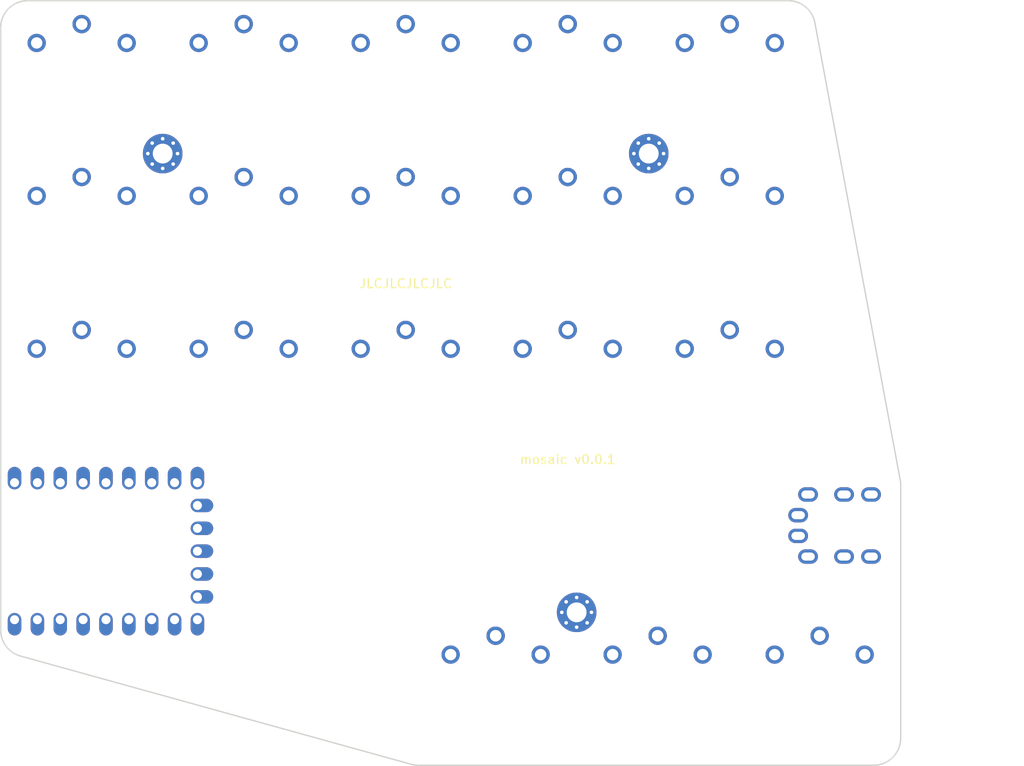
<source format=kicad_pcb>

            
(kicad_pcb (version 20171130) (host pcbnew 5.1.6)

  (page A3)
  (title_block
    (title mosaic_pcb)
    (rev v1.0.0)
    (company Unknown)
  )

  (general
    (thickness 1.6)
  )

  (layers
    (0 F.Cu signal)
    (31 B.Cu signal)
    (32 B.Adhes user)
    (33 F.Adhes user)
    (34 B.Paste user)
    (35 F.Paste user)
    (36 B.SilkS user)
    (37 F.SilkS user)
    (38 B.Mask user)
    (39 F.Mask user)
    (40 Dwgs.User user)
    (41 Cmts.User user)
    (42 Eco1.User user)
    (43 Eco2.User user)
    (44 Edge.Cuts user)
    (45 Margin user)
    (46 B.CrtYd user)
    (47 F.CrtYd user)
    (48 B.Fab user)
    (49 F.Fab user)
  )

  (setup
    (last_trace_width 0.25)
    (trace_clearance 0.2)
    (zone_clearance 0.508)
    (zone_45_only no)
    (trace_min 0.2)
    (via_size 0.8)
    (via_drill 0.4)
    (via_min_size 0.4)
    (via_min_drill 0.3)
    (uvia_size 0.3)
    (uvia_drill 0.1)
    (uvias_allowed no)
    (uvia_min_size 0.2)
    (uvia_min_drill 0.1)
    (edge_width 0.05)
    (segment_width 0.2)
    (pcb_text_width 0.3)
    (pcb_text_size 1.5 1.5)
    (mod_edge_width 0.12)
    (mod_text_size 1 1)
    (mod_text_width 0.15)
    (pad_size 1.524 1.524)
    (pad_drill 0.762)
    (pad_to_mask_clearance 0.05)
    (aux_axis_origin 0 0)
    (visible_elements FFFFFF7F)
    (pcbplotparams
      (layerselection 0x010fc_ffffffff)
      (usegerberextensions false)
      (usegerberattributes true)
      (usegerberadvancedattributes true)
      (creategerberjobfile true)
      (excludeedgelayer true)
      (linewidth 0.100000)
      (plotframeref false)
      (viasonmask false)
      (mode 1)
      (useauxorigin false)
      (hpglpennumber 1)
      (hpglpenspeed 20)
      (hpglpendiameter 15.000000)
      (psnegative false)
      (psa4output false)
      (plotreference true)
      (plotvalue true)
      (plotinvisibletext false)
      (padsonsilk false)
      (subtractmaskfromsilk false)
      (outputformat 1)
      (mirror false)
      (drillshape 1)
      (scaleselection 1)
      (outputdirectory ""))
  )

            (net 0 "")
(net 1 "matrix_pinky_bottom")
(net 2 "GND")
(net 3 "matrix_pinky_home")
(net 4 "matrix_pinky_top")
(net 5 "matrix_ring_bottom")
(net 6 "matrix_ring_home")
(net 7 "matrix_ring_top")
(net 8 "matrix_middle_bottom")
(net 9 "matrix_middle_home")
(net 10 "matrix_middle_top")
(net 11 "matrix_index_bottom")
(net 12 "matrix_index_home")
(net 13 "matrix_index_top")
(net 14 "matrix_inner_bottom")
(net 15 "matrix_inner_home")
(net 16 "matrix_inner_top")
(net 17 "thumbfan_near_home")
(net 18 "thumbfan_home_home")
(net 19 "thumbfan_far_home")
(net 20 "GP8")
(net 21 "GP9")
(net 22 "3V3")
(net 23 "5V")
            
  (net_class Default "This is the default net class."
    (clearance 0.2)
    (trace_width 0.25)
    (via_dia 0.8)
    (via_drill 0.4)
    (uvia_dia 0.3)
    (uvia_drill 0.1)
    (add_net "")
(add_net "matrix_pinky_bottom")
(add_net "GND")
(add_net "matrix_pinky_home")
(add_net "matrix_pinky_top")
(add_net "matrix_ring_bottom")
(add_net "matrix_ring_home")
(add_net "matrix_ring_top")
(add_net "matrix_middle_bottom")
(add_net "matrix_middle_home")
(add_net "matrix_middle_top")
(add_net "matrix_index_bottom")
(add_net "matrix_index_home")
(add_net "matrix_index_top")
(add_net "matrix_inner_bottom")
(add_net "matrix_inner_home")
(add_net "matrix_inner_top")
(add_net "thumbfan_near_home")
(add_net "thumbfan_home_home")
(add_net "thumbfan_far_home")
(add_net "GP8")
(add_net "GP9")
(add_net "3V3")
(add_net "5V")
  )

            
        
      (module PG1350 (layer F.Cu) (tedit 5DD50112)
      (at 144 136 0)

      
      (fp_text reference "S1" (at 0 0) (layer F.SilkS) hide (effects (font (size 1.27 1.27) (thickness 0.15))))
      (fp_text value "" (at 0 0) (layer F.SilkS) hide (effects (font (size 1.27 1.27) (thickness 0.15))))

      
      (fp_line (start -7 -6) (end -7 -7) (layer Dwgs.User) (width 0.15))
      (fp_line (start -7 7) (end -6 7) (layer Dwgs.User) (width 0.15))
      (fp_line (start -6 -7) (end -7 -7) (layer Dwgs.User) (width 0.15))
      (fp_line (start -7 7) (end -7 6) (layer Dwgs.User) (width 0.15))
      (fp_line (start 7 6) (end 7 7) (layer Dwgs.User) (width 0.15))
      (fp_line (start 7 -7) (end 6 -7) (layer Dwgs.User) (width 0.15))
      (fp_line (start 6 7) (end 7 7) (layer Dwgs.User) (width 0.15))
      (fp_line (start 7 -7) (end 7 -6) (layer Dwgs.User) (width 0.15))      
      
      
      (pad "" np_thru_hole circle (at 0 0) (size 3.429 3.429) (drill 3.429) (layers *.Cu *.Mask))
        
      
      (pad "" np_thru_hole circle (at 5.5 0) (size 1.7018 1.7018) (drill 1.7018) (layers *.Cu *.Mask))
      (pad "" np_thru_hole circle (at -5.5 0) (size 1.7018 1.7018) (drill 1.7018) (layers *.Cu *.Mask))
      
        
      
      (fp_line (start -9 -8.5) (end 9 -8.5) (layer Dwgs.User) (width 0.15))
      (fp_line (start 9 -8.5) (end 9 8.5) (layer Dwgs.User) (width 0.15))
      (fp_line (start 9 8.5) (end -9 8.5) (layer Dwgs.User) (width 0.15))
      (fp_line (start -9 8.5) (end -9 -8.5) (layer Dwgs.User) (width 0.15))
      
        
            
            (pad 1 thru_hole circle (at 5 -3.8) (size 2.032 2.032) (drill 1.27) (layers *.Cu *.Mask) (net 1 "matrix_pinky_bottom"))
            (pad 2 thru_hole circle (at 0 -5.9) (size 2.032 2.032) (drill 1.27) (layers *.Cu *.Mask) (net 2 "GND"))
          
        
            
            (pad 1 thru_hole circle (at -5 -3.8) (size 2.032 2.032) (drill 1.27) (layers *.Cu *.Mask) (net 1 "matrix_pinky_bottom"))
            (pad 2 thru_hole circle (at -0 -5.9) (size 2.032 2.032) (drill 1.27) (layers *.Cu *.Mask) (net 2 "GND"))
          )
        

        
      (module PG1350 (layer F.Cu) (tedit 5DD50112)
      (at 144 119 0)

      
      (fp_text reference "S2" (at 0 0) (layer F.SilkS) hide (effects (font (size 1.27 1.27) (thickness 0.15))))
      (fp_text value "" (at 0 0) (layer F.SilkS) hide (effects (font (size 1.27 1.27) (thickness 0.15))))

      
      (fp_line (start -7 -6) (end -7 -7) (layer Dwgs.User) (width 0.15))
      (fp_line (start -7 7) (end -6 7) (layer Dwgs.User) (width 0.15))
      (fp_line (start -6 -7) (end -7 -7) (layer Dwgs.User) (width 0.15))
      (fp_line (start -7 7) (end -7 6) (layer Dwgs.User) (width 0.15))
      (fp_line (start 7 6) (end 7 7) (layer Dwgs.User) (width 0.15))
      (fp_line (start 7 -7) (end 6 -7) (layer Dwgs.User) (width 0.15))
      (fp_line (start 6 7) (end 7 7) (layer Dwgs.User) (width 0.15))
      (fp_line (start 7 -7) (end 7 -6) (layer Dwgs.User) (width 0.15))      
      
      
      (pad "" np_thru_hole circle (at 0 0) (size 3.429 3.429) (drill 3.429) (layers *.Cu *.Mask))
        
      
      (pad "" np_thru_hole circle (at 5.5 0) (size 1.7018 1.7018) (drill 1.7018) (layers *.Cu *.Mask))
      (pad "" np_thru_hole circle (at -5.5 0) (size 1.7018 1.7018) (drill 1.7018) (layers *.Cu *.Mask))
      
        
      
      (fp_line (start -9 -8.5) (end 9 -8.5) (layer Dwgs.User) (width 0.15))
      (fp_line (start 9 -8.5) (end 9 8.5) (layer Dwgs.User) (width 0.15))
      (fp_line (start 9 8.5) (end -9 8.5) (layer Dwgs.User) (width 0.15))
      (fp_line (start -9 8.5) (end -9 -8.5) (layer Dwgs.User) (width 0.15))
      
        
            
            (pad 1 thru_hole circle (at 5 -3.8) (size 2.032 2.032) (drill 1.27) (layers *.Cu *.Mask) (net 3 "matrix_pinky_home"))
            (pad 2 thru_hole circle (at 0 -5.9) (size 2.032 2.032) (drill 1.27) (layers *.Cu *.Mask) (net 2 "GND"))
          
        
            
            (pad 1 thru_hole circle (at -5 -3.8) (size 2.032 2.032) (drill 1.27) (layers *.Cu *.Mask) (net 3 "matrix_pinky_home"))
            (pad 2 thru_hole circle (at -0 -5.9) (size 2.032 2.032) (drill 1.27) (layers *.Cu *.Mask) (net 2 "GND"))
          )
        

        
      (module PG1350 (layer F.Cu) (tedit 5DD50112)
      (at 144 102 0)

      
      (fp_text reference "S3" (at 0 0) (layer F.SilkS) hide (effects (font (size 1.27 1.27) (thickness 0.15))))
      (fp_text value "" (at 0 0) (layer F.SilkS) hide (effects (font (size 1.27 1.27) (thickness 0.15))))

      
      (fp_line (start -7 -6) (end -7 -7) (layer Dwgs.User) (width 0.15))
      (fp_line (start -7 7) (end -6 7) (layer Dwgs.User) (width 0.15))
      (fp_line (start -6 -7) (end -7 -7) (layer Dwgs.User) (width 0.15))
      (fp_line (start -7 7) (end -7 6) (layer Dwgs.User) (width 0.15))
      (fp_line (start 7 6) (end 7 7) (layer Dwgs.User) (width 0.15))
      (fp_line (start 7 -7) (end 6 -7) (layer Dwgs.User) (width 0.15))
      (fp_line (start 6 7) (end 7 7) (layer Dwgs.User) (width 0.15))
      (fp_line (start 7 -7) (end 7 -6) (layer Dwgs.User) (width 0.15))      
      
      
      (pad "" np_thru_hole circle (at 0 0) (size 3.429 3.429) (drill 3.429) (layers *.Cu *.Mask))
        
      
      (pad "" np_thru_hole circle (at 5.5 0) (size 1.7018 1.7018) (drill 1.7018) (layers *.Cu *.Mask))
      (pad "" np_thru_hole circle (at -5.5 0) (size 1.7018 1.7018) (drill 1.7018) (layers *.Cu *.Mask))
      
        
      
      (fp_line (start -9 -8.5) (end 9 -8.5) (layer Dwgs.User) (width 0.15))
      (fp_line (start 9 -8.5) (end 9 8.5) (layer Dwgs.User) (width 0.15))
      (fp_line (start 9 8.5) (end -9 8.5) (layer Dwgs.User) (width 0.15))
      (fp_line (start -9 8.5) (end -9 -8.5) (layer Dwgs.User) (width 0.15))
      
        
            
            (pad 1 thru_hole circle (at 5 -3.8) (size 2.032 2.032) (drill 1.27) (layers *.Cu *.Mask) (net 4 "matrix_pinky_top"))
            (pad 2 thru_hole circle (at 0 -5.9) (size 2.032 2.032) (drill 1.27) (layers *.Cu *.Mask) (net 2 "GND"))
          
        
            
            (pad 1 thru_hole circle (at -5 -3.8) (size 2.032 2.032) (drill 1.27) (layers *.Cu *.Mask) (net 4 "matrix_pinky_top"))
            (pad 2 thru_hole circle (at -0 -5.9) (size 2.032 2.032) (drill 1.27) (layers *.Cu *.Mask) (net 2 "GND"))
          )
        

        
      (module PG1350 (layer F.Cu) (tedit 5DD50112)
      (at 162 136 0)

      
      (fp_text reference "S4" (at 0 0) (layer F.SilkS) hide (effects (font (size 1.27 1.27) (thickness 0.15))))
      (fp_text value "" (at 0 0) (layer F.SilkS) hide (effects (font (size 1.27 1.27) (thickness 0.15))))

      
      (fp_line (start -7 -6) (end -7 -7) (layer Dwgs.User) (width 0.15))
      (fp_line (start -7 7) (end -6 7) (layer Dwgs.User) (width 0.15))
      (fp_line (start -6 -7) (end -7 -7) (layer Dwgs.User) (width 0.15))
      (fp_line (start -7 7) (end -7 6) (layer Dwgs.User) (width 0.15))
      (fp_line (start 7 6) (end 7 7) (layer Dwgs.User) (width 0.15))
      (fp_line (start 7 -7) (end 6 -7) (layer Dwgs.User) (width 0.15))
      (fp_line (start 6 7) (end 7 7) (layer Dwgs.User) (width 0.15))
      (fp_line (start 7 -7) (end 7 -6) (layer Dwgs.User) (width 0.15))      
      
      
      (pad "" np_thru_hole circle (at 0 0) (size 3.429 3.429) (drill 3.429) (layers *.Cu *.Mask))
        
      
      (pad "" np_thru_hole circle (at 5.5 0) (size 1.7018 1.7018) (drill 1.7018) (layers *.Cu *.Mask))
      (pad "" np_thru_hole circle (at -5.5 0) (size 1.7018 1.7018) (drill 1.7018) (layers *.Cu *.Mask))
      
        
      
      (fp_line (start -9 -8.5) (end 9 -8.5) (layer Dwgs.User) (width 0.15))
      (fp_line (start 9 -8.5) (end 9 8.5) (layer Dwgs.User) (width 0.15))
      (fp_line (start 9 8.5) (end -9 8.5) (layer Dwgs.User) (width 0.15))
      (fp_line (start -9 8.5) (end -9 -8.5) (layer Dwgs.User) (width 0.15))
      
        
            
            (pad 1 thru_hole circle (at 5 -3.8) (size 2.032 2.032) (drill 1.27) (layers *.Cu *.Mask) (net 5 "matrix_ring_bottom"))
            (pad 2 thru_hole circle (at 0 -5.9) (size 2.032 2.032) (drill 1.27) (layers *.Cu *.Mask) (net 2 "GND"))
          
        
            
            (pad 1 thru_hole circle (at -5 -3.8) (size 2.032 2.032) (drill 1.27) (layers *.Cu *.Mask) (net 5 "matrix_ring_bottom"))
            (pad 2 thru_hole circle (at -0 -5.9) (size 2.032 2.032) (drill 1.27) (layers *.Cu *.Mask) (net 2 "GND"))
          )
        

        
      (module PG1350 (layer F.Cu) (tedit 5DD50112)
      (at 162 119 0)

      
      (fp_text reference "S5" (at 0 0) (layer F.SilkS) hide (effects (font (size 1.27 1.27) (thickness 0.15))))
      (fp_text value "" (at 0 0) (layer F.SilkS) hide (effects (font (size 1.27 1.27) (thickness 0.15))))

      
      (fp_line (start -7 -6) (end -7 -7) (layer Dwgs.User) (width 0.15))
      (fp_line (start -7 7) (end -6 7) (layer Dwgs.User) (width 0.15))
      (fp_line (start -6 -7) (end -7 -7) (layer Dwgs.User) (width 0.15))
      (fp_line (start -7 7) (end -7 6) (layer Dwgs.User) (width 0.15))
      (fp_line (start 7 6) (end 7 7) (layer Dwgs.User) (width 0.15))
      (fp_line (start 7 -7) (end 6 -7) (layer Dwgs.User) (width 0.15))
      (fp_line (start 6 7) (end 7 7) (layer Dwgs.User) (width 0.15))
      (fp_line (start 7 -7) (end 7 -6) (layer Dwgs.User) (width 0.15))      
      
      
      (pad "" np_thru_hole circle (at 0 0) (size 3.429 3.429) (drill 3.429) (layers *.Cu *.Mask))
        
      
      (pad "" np_thru_hole circle (at 5.5 0) (size 1.7018 1.7018) (drill 1.7018) (layers *.Cu *.Mask))
      (pad "" np_thru_hole circle (at -5.5 0) (size 1.7018 1.7018) (drill 1.7018) (layers *.Cu *.Mask))
      
        
      
      (fp_line (start -9 -8.5) (end 9 -8.5) (layer Dwgs.User) (width 0.15))
      (fp_line (start 9 -8.5) (end 9 8.5) (layer Dwgs.User) (width 0.15))
      (fp_line (start 9 8.5) (end -9 8.5) (layer Dwgs.User) (width 0.15))
      (fp_line (start -9 8.5) (end -9 -8.5) (layer Dwgs.User) (width 0.15))
      
        
            
            (pad 1 thru_hole circle (at 5 -3.8) (size 2.032 2.032) (drill 1.27) (layers *.Cu *.Mask) (net 6 "matrix_ring_home"))
            (pad 2 thru_hole circle (at 0 -5.9) (size 2.032 2.032) (drill 1.27) (layers *.Cu *.Mask) (net 2 "GND"))
          
        
            
            (pad 1 thru_hole circle (at -5 -3.8) (size 2.032 2.032) (drill 1.27) (layers *.Cu *.Mask) (net 6 "matrix_ring_home"))
            (pad 2 thru_hole circle (at -0 -5.9) (size 2.032 2.032) (drill 1.27) (layers *.Cu *.Mask) (net 2 "GND"))
          )
        

        
      (module PG1350 (layer F.Cu) (tedit 5DD50112)
      (at 162 102 0)

      
      (fp_text reference "S6" (at 0 0) (layer F.SilkS) hide (effects (font (size 1.27 1.27) (thickness 0.15))))
      (fp_text value "" (at 0 0) (layer F.SilkS) hide (effects (font (size 1.27 1.27) (thickness 0.15))))

      
      (fp_line (start -7 -6) (end -7 -7) (layer Dwgs.User) (width 0.15))
      (fp_line (start -7 7) (end -6 7) (layer Dwgs.User) (width 0.15))
      (fp_line (start -6 -7) (end -7 -7) (layer Dwgs.User) (width 0.15))
      (fp_line (start -7 7) (end -7 6) (layer Dwgs.User) (width 0.15))
      (fp_line (start 7 6) (end 7 7) (layer Dwgs.User) (width 0.15))
      (fp_line (start 7 -7) (end 6 -7) (layer Dwgs.User) (width 0.15))
      (fp_line (start 6 7) (end 7 7) (layer Dwgs.User) (width 0.15))
      (fp_line (start 7 -7) (end 7 -6) (layer Dwgs.User) (width 0.15))      
      
      
      (pad "" np_thru_hole circle (at 0 0) (size 3.429 3.429) (drill 3.429) (layers *.Cu *.Mask))
        
      
      (pad "" np_thru_hole circle (at 5.5 0) (size 1.7018 1.7018) (drill 1.7018) (layers *.Cu *.Mask))
      (pad "" np_thru_hole circle (at -5.5 0) (size 1.7018 1.7018) (drill 1.7018) (layers *.Cu *.Mask))
      
        
      
      (fp_line (start -9 -8.5) (end 9 -8.5) (layer Dwgs.User) (width 0.15))
      (fp_line (start 9 -8.5) (end 9 8.5) (layer Dwgs.User) (width 0.15))
      (fp_line (start 9 8.5) (end -9 8.5) (layer Dwgs.User) (width 0.15))
      (fp_line (start -9 8.5) (end -9 -8.5) (layer Dwgs.User) (width 0.15))
      
        
            
            (pad 1 thru_hole circle (at 5 -3.8) (size 2.032 2.032) (drill 1.27) (layers *.Cu *.Mask) (net 7 "matrix_ring_top"))
            (pad 2 thru_hole circle (at 0 -5.9) (size 2.032 2.032) (drill 1.27) (layers *.Cu *.Mask) (net 2 "GND"))
          
        
            
            (pad 1 thru_hole circle (at -5 -3.8) (size 2.032 2.032) (drill 1.27) (layers *.Cu *.Mask) (net 7 "matrix_ring_top"))
            (pad 2 thru_hole circle (at -0 -5.9) (size 2.032 2.032) (drill 1.27) (layers *.Cu *.Mask) (net 2 "GND"))
          )
        

        
      (module PG1350 (layer F.Cu) (tedit 5DD50112)
      (at 180 136 0)

      
      (fp_text reference "S7" (at 0 0) (layer F.SilkS) hide (effects (font (size 1.27 1.27) (thickness 0.15))))
      (fp_text value "" (at 0 0) (layer F.SilkS) hide (effects (font (size 1.27 1.27) (thickness 0.15))))

      
      (fp_line (start -7 -6) (end -7 -7) (layer Dwgs.User) (width 0.15))
      (fp_line (start -7 7) (end -6 7) (layer Dwgs.User) (width 0.15))
      (fp_line (start -6 -7) (end -7 -7) (layer Dwgs.User) (width 0.15))
      (fp_line (start -7 7) (end -7 6) (layer Dwgs.User) (width 0.15))
      (fp_line (start 7 6) (end 7 7) (layer Dwgs.User) (width 0.15))
      (fp_line (start 7 -7) (end 6 -7) (layer Dwgs.User) (width 0.15))
      (fp_line (start 6 7) (end 7 7) (layer Dwgs.User) (width 0.15))
      (fp_line (start 7 -7) (end 7 -6) (layer Dwgs.User) (width 0.15))      
      
      
      (pad "" np_thru_hole circle (at 0 0) (size 3.429 3.429) (drill 3.429) (layers *.Cu *.Mask))
        
      
      (pad "" np_thru_hole circle (at 5.5 0) (size 1.7018 1.7018) (drill 1.7018) (layers *.Cu *.Mask))
      (pad "" np_thru_hole circle (at -5.5 0) (size 1.7018 1.7018) (drill 1.7018) (layers *.Cu *.Mask))
      
        
      
      (fp_line (start -9 -8.5) (end 9 -8.5) (layer Dwgs.User) (width 0.15))
      (fp_line (start 9 -8.5) (end 9 8.5) (layer Dwgs.User) (width 0.15))
      (fp_line (start 9 8.5) (end -9 8.5) (layer Dwgs.User) (width 0.15))
      (fp_line (start -9 8.5) (end -9 -8.5) (layer Dwgs.User) (width 0.15))
      
        
            
            (pad 1 thru_hole circle (at 5 -3.8) (size 2.032 2.032) (drill 1.27) (layers *.Cu *.Mask) (net 8 "matrix_middle_bottom"))
            (pad 2 thru_hole circle (at 0 -5.9) (size 2.032 2.032) (drill 1.27) (layers *.Cu *.Mask) (net 2 "GND"))
          
        
            
            (pad 1 thru_hole circle (at -5 -3.8) (size 2.032 2.032) (drill 1.27) (layers *.Cu *.Mask) (net 8 "matrix_middle_bottom"))
            (pad 2 thru_hole circle (at -0 -5.9) (size 2.032 2.032) (drill 1.27) (layers *.Cu *.Mask) (net 2 "GND"))
          )
        

        
      (module PG1350 (layer F.Cu) (tedit 5DD50112)
      (at 180 119 0)

      
      (fp_text reference "S8" (at 0 0) (layer F.SilkS) hide (effects (font (size 1.27 1.27) (thickness 0.15))))
      (fp_text value "" (at 0 0) (layer F.SilkS) hide (effects (font (size 1.27 1.27) (thickness 0.15))))

      
      (fp_line (start -7 -6) (end -7 -7) (layer Dwgs.User) (width 0.15))
      (fp_line (start -7 7) (end -6 7) (layer Dwgs.User) (width 0.15))
      (fp_line (start -6 -7) (end -7 -7) (layer Dwgs.User) (width 0.15))
      (fp_line (start -7 7) (end -7 6) (layer Dwgs.User) (width 0.15))
      (fp_line (start 7 6) (end 7 7) (layer Dwgs.User) (width 0.15))
      (fp_line (start 7 -7) (end 6 -7) (layer Dwgs.User) (width 0.15))
      (fp_line (start 6 7) (end 7 7) (layer Dwgs.User) (width 0.15))
      (fp_line (start 7 -7) (end 7 -6) (layer Dwgs.User) (width 0.15))      
      
      
      (pad "" np_thru_hole circle (at 0 0) (size 3.429 3.429) (drill 3.429) (layers *.Cu *.Mask))
        
      
      (pad "" np_thru_hole circle (at 5.5 0) (size 1.7018 1.7018) (drill 1.7018) (layers *.Cu *.Mask))
      (pad "" np_thru_hole circle (at -5.5 0) (size 1.7018 1.7018) (drill 1.7018) (layers *.Cu *.Mask))
      
        
      
      (fp_line (start -9 -8.5) (end 9 -8.5) (layer Dwgs.User) (width 0.15))
      (fp_line (start 9 -8.5) (end 9 8.5) (layer Dwgs.User) (width 0.15))
      (fp_line (start 9 8.5) (end -9 8.5) (layer Dwgs.User) (width 0.15))
      (fp_line (start -9 8.5) (end -9 -8.5) (layer Dwgs.User) (width 0.15))
      
        
            
            (pad 1 thru_hole circle (at 5 -3.8) (size 2.032 2.032) (drill 1.27) (layers *.Cu *.Mask) (net 9 "matrix_middle_home"))
            (pad 2 thru_hole circle (at 0 -5.9) (size 2.032 2.032) (drill 1.27) (layers *.Cu *.Mask) (net 2 "GND"))
          
        
            
            (pad 1 thru_hole circle (at -5 -3.8) (size 2.032 2.032) (drill 1.27) (layers *.Cu *.Mask) (net 9 "matrix_middle_home"))
            (pad 2 thru_hole circle (at -0 -5.9) (size 2.032 2.032) (drill 1.27) (layers *.Cu *.Mask) (net 2 "GND"))
          )
        

        
      (module PG1350 (layer F.Cu) (tedit 5DD50112)
      (at 180 102 0)

      
      (fp_text reference "S9" (at 0 0) (layer F.SilkS) hide (effects (font (size 1.27 1.27) (thickness 0.15))))
      (fp_text value "" (at 0 0) (layer F.SilkS) hide (effects (font (size 1.27 1.27) (thickness 0.15))))

      
      (fp_line (start -7 -6) (end -7 -7) (layer Dwgs.User) (width 0.15))
      (fp_line (start -7 7) (end -6 7) (layer Dwgs.User) (width 0.15))
      (fp_line (start -6 -7) (end -7 -7) (layer Dwgs.User) (width 0.15))
      (fp_line (start -7 7) (end -7 6) (layer Dwgs.User) (width 0.15))
      (fp_line (start 7 6) (end 7 7) (layer Dwgs.User) (width 0.15))
      (fp_line (start 7 -7) (end 6 -7) (layer Dwgs.User) (width 0.15))
      (fp_line (start 6 7) (end 7 7) (layer Dwgs.User) (width 0.15))
      (fp_line (start 7 -7) (end 7 -6) (layer Dwgs.User) (width 0.15))      
      
      
      (pad "" np_thru_hole circle (at 0 0) (size 3.429 3.429) (drill 3.429) (layers *.Cu *.Mask))
        
      
      (pad "" np_thru_hole circle (at 5.5 0) (size 1.7018 1.7018) (drill 1.7018) (layers *.Cu *.Mask))
      (pad "" np_thru_hole circle (at -5.5 0) (size 1.7018 1.7018) (drill 1.7018) (layers *.Cu *.Mask))
      
        
      
      (fp_line (start -9 -8.5) (end 9 -8.5) (layer Dwgs.User) (width 0.15))
      (fp_line (start 9 -8.5) (end 9 8.5) (layer Dwgs.User) (width 0.15))
      (fp_line (start 9 8.5) (end -9 8.5) (layer Dwgs.User) (width 0.15))
      (fp_line (start -9 8.5) (end -9 -8.5) (layer Dwgs.User) (width 0.15))
      
        
            
            (pad 1 thru_hole circle (at 5 -3.8) (size 2.032 2.032) (drill 1.27) (layers *.Cu *.Mask) (net 10 "matrix_middle_top"))
            (pad 2 thru_hole circle (at 0 -5.9) (size 2.032 2.032) (drill 1.27) (layers *.Cu *.Mask) (net 2 "GND"))
          
        
            
            (pad 1 thru_hole circle (at -5 -3.8) (size 2.032 2.032) (drill 1.27) (layers *.Cu *.Mask) (net 10 "matrix_middle_top"))
            (pad 2 thru_hole circle (at -0 -5.9) (size 2.032 2.032) (drill 1.27) (layers *.Cu *.Mask) (net 2 "GND"))
          )
        

        
      (module PG1350 (layer F.Cu) (tedit 5DD50112)
      (at 198 136 0)

      
      (fp_text reference "S10" (at 0 0) (layer F.SilkS) hide (effects (font (size 1.27 1.27) (thickness 0.15))))
      (fp_text value "" (at 0 0) (layer F.SilkS) hide (effects (font (size 1.27 1.27) (thickness 0.15))))

      
      (fp_line (start -7 -6) (end -7 -7) (layer Dwgs.User) (width 0.15))
      (fp_line (start -7 7) (end -6 7) (layer Dwgs.User) (width 0.15))
      (fp_line (start -6 -7) (end -7 -7) (layer Dwgs.User) (width 0.15))
      (fp_line (start -7 7) (end -7 6) (layer Dwgs.User) (width 0.15))
      (fp_line (start 7 6) (end 7 7) (layer Dwgs.User) (width 0.15))
      (fp_line (start 7 -7) (end 6 -7) (layer Dwgs.User) (width 0.15))
      (fp_line (start 6 7) (end 7 7) (layer Dwgs.User) (width 0.15))
      (fp_line (start 7 -7) (end 7 -6) (layer Dwgs.User) (width 0.15))      
      
      
      (pad "" np_thru_hole circle (at 0 0) (size 3.429 3.429) (drill 3.429) (layers *.Cu *.Mask))
        
      
      (pad "" np_thru_hole circle (at 5.5 0) (size 1.7018 1.7018) (drill 1.7018) (layers *.Cu *.Mask))
      (pad "" np_thru_hole circle (at -5.5 0) (size 1.7018 1.7018) (drill 1.7018) (layers *.Cu *.Mask))
      
        
      
      (fp_line (start -9 -8.5) (end 9 -8.5) (layer Dwgs.User) (width 0.15))
      (fp_line (start 9 -8.5) (end 9 8.5) (layer Dwgs.User) (width 0.15))
      (fp_line (start 9 8.5) (end -9 8.5) (layer Dwgs.User) (width 0.15))
      (fp_line (start -9 8.5) (end -9 -8.5) (layer Dwgs.User) (width 0.15))
      
        
            
            (pad 1 thru_hole circle (at 5 -3.8) (size 2.032 2.032) (drill 1.27) (layers *.Cu *.Mask) (net 11 "matrix_index_bottom"))
            (pad 2 thru_hole circle (at 0 -5.9) (size 2.032 2.032) (drill 1.27) (layers *.Cu *.Mask) (net 2 "GND"))
          
        
            
            (pad 1 thru_hole circle (at -5 -3.8) (size 2.032 2.032) (drill 1.27) (layers *.Cu *.Mask) (net 11 "matrix_index_bottom"))
            (pad 2 thru_hole circle (at -0 -5.9) (size 2.032 2.032) (drill 1.27) (layers *.Cu *.Mask) (net 2 "GND"))
          )
        

        
      (module PG1350 (layer F.Cu) (tedit 5DD50112)
      (at 198 119 0)

      
      (fp_text reference "S11" (at 0 0) (layer F.SilkS) hide (effects (font (size 1.27 1.27) (thickness 0.15))))
      (fp_text value "" (at 0 0) (layer F.SilkS) hide (effects (font (size 1.27 1.27) (thickness 0.15))))

      
      (fp_line (start -7 -6) (end -7 -7) (layer Dwgs.User) (width 0.15))
      (fp_line (start -7 7) (end -6 7) (layer Dwgs.User) (width 0.15))
      (fp_line (start -6 -7) (end -7 -7) (layer Dwgs.User) (width 0.15))
      (fp_line (start -7 7) (end -7 6) (layer Dwgs.User) (width 0.15))
      (fp_line (start 7 6) (end 7 7) (layer Dwgs.User) (width 0.15))
      (fp_line (start 7 -7) (end 6 -7) (layer Dwgs.User) (width 0.15))
      (fp_line (start 6 7) (end 7 7) (layer Dwgs.User) (width 0.15))
      (fp_line (start 7 -7) (end 7 -6) (layer Dwgs.User) (width 0.15))      
      
      
      (pad "" np_thru_hole circle (at 0 0) (size 3.429 3.429) (drill 3.429) (layers *.Cu *.Mask))
        
      
      (pad "" np_thru_hole circle (at 5.5 0) (size 1.7018 1.7018) (drill 1.7018) (layers *.Cu *.Mask))
      (pad "" np_thru_hole circle (at -5.5 0) (size 1.7018 1.7018) (drill 1.7018) (layers *.Cu *.Mask))
      
        
      
      (fp_line (start -9 -8.5) (end 9 -8.5) (layer Dwgs.User) (width 0.15))
      (fp_line (start 9 -8.5) (end 9 8.5) (layer Dwgs.User) (width 0.15))
      (fp_line (start 9 8.5) (end -9 8.5) (layer Dwgs.User) (width 0.15))
      (fp_line (start -9 8.5) (end -9 -8.5) (layer Dwgs.User) (width 0.15))
      
        
            
            (pad 1 thru_hole circle (at 5 -3.8) (size 2.032 2.032) (drill 1.27) (layers *.Cu *.Mask) (net 12 "matrix_index_home"))
            (pad 2 thru_hole circle (at 0 -5.9) (size 2.032 2.032) (drill 1.27) (layers *.Cu *.Mask) (net 2 "GND"))
          
        
            
            (pad 1 thru_hole circle (at -5 -3.8) (size 2.032 2.032) (drill 1.27) (layers *.Cu *.Mask) (net 12 "matrix_index_home"))
            (pad 2 thru_hole circle (at -0 -5.9) (size 2.032 2.032) (drill 1.27) (layers *.Cu *.Mask) (net 2 "GND"))
          )
        

        
      (module PG1350 (layer F.Cu) (tedit 5DD50112)
      (at 198 102 0)

      
      (fp_text reference "S12" (at 0 0) (layer F.SilkS) hide (effects (font (size 1.27 1.27) (thickness 0.15))))
      (fp_text value "" (at 0 0) (layer F.SilkS) hide (effects (font (size 1.27 1.27) (thickness 0.15))))

      
      (fp_line (start -7 -6) (end -7 -7) (layer Dwgs.User) (width 0.15))
      (fp_line (start -7 7) (end -6 7) (layer Dwgs.User) (width 0.15))
      (fp_line (start -6 -7) (end -7 -7) (layer Dwgs.User) (width 0.15))
      (fp_line (start -7 7) (end -7 6) (layer Dwgs.User) (width 0.15))
      (fp_line (start 7 6) (end 7 7) (layer Dwgs.User) (width 0.15))
      (fp_line (start 7 -7) (end 6 -7) (layer Dwgs.User) (width 0.15))
      (fp_line (start 6 7) (end 7 7) (layer Dwgs.User) (width 0.15))
      (fp_line (start 7 -7) (end 7 -6) (layer Dwgs.User) (width 0.15))      
      
      
      (pad "" np_thru_hole circle (at 0 0) (size 3.429 3.429) (drill 3.429) (layers *.Cu *.Mask))
        
      
      (pad "" np_thru_hole circle (at 5.5 0) (size 1.7018 1.7018) (drill 1.7018) (layers *.Cu *.Mask))
      (pad "" np_thru_hole circle (at -5.5 0) (size 1.7018 1.7018) (drill 1.7018) (layers *.Cu *.Mask))
      
        
      
      (fp_line (start -9 -8.5) (end 9 -8.5) (layer Dwgs.User) (width 0.15))
      (fp_line (start 9 -8.5) (end 9 8.5) (layer Dwgs.User) (width 0.15))
      (fp_line (start 9 8.5) (end -9 8.5) (layer Dwgs.User) (width 0.15))
      (fp_line (start -9 8.5) (end -9 -8.5) (layer Dwgs.User) (width 0.15))
      
        
            
            (pad 1 thru_hole circle (at 5 -3.8) (size 2.032 2.032) (drill 1.27) (layers *.Cu *.Mask) (net 13 "matrix_index_top"))
            (pad 2 thru_hole circle (at 0 -5.9) (size 2.032 2.032) (drill 1.27) (layers *.Cu *.Mask) (net 2 "GND"))
          
        
            
            (pad 1 thru_hole circle (at -5 -3.8) (size 2.032 2.032) (drill 1.27) (layers *.Cu *.Mask) (net 13 "matrix_index_top"))
            (pad 2 thru_hole circle (at -0 -5.9) (size 2.032 2.032) (drill 1.27) (layers *.Cu *.Mask) (net 2 "GND"))
          )
        

        
      (module PG1350 (layer F.Cu) (tedit 5DD50112)
      (at 216 136 0)

      
      (fp_text reference "S13" (at 0 0) (layer F.SilkS) hide (effects (font (size 1.27 1.27) (thickness 0.15))))
      (fp_text value "" (at 0 0) (layer F.SilkS) hide (effects (font (size 1.27 1.27) (thickness 0.15))))

      
      (fp_line (start -7 -6) (end -7 -7) (layer Dwgs.User) (width 0.15))
      (fp_line (start -7 7) (end -6 7) (layer Dwgs.User) (width 0.15))
      (fp_line (start -6 -7) (end -7 -7) (layer Dwgs.User) (width 0.15))
      (fp_line (start -7 7) (end -7 6) (layer Dwgs.User) (width 0.15))
      (fp_line (start 7 6) (end 7 7) (layer Dwgs.User) (width 0.15))
      (fp_line (start 7 -7) (end 6 -7) (layer Dwgs.User) (width 0.15))
      (fp_line (start 6 7) (end 7 7) (layer Dwgs.User) (width 0.15))
      (fp_line (start 7 -7) (end 7 -6) (layer Dwgs.User) (width 0.15))      
      
      
      (pad "" np_thru_hole circle (at 0 0) (size 3.429 3.429) (drill 3.429) (layers *.Cu *.Mask))
        
      
      (pad "" np_thru_hole circle (at 5.5 0) (size 1.7018 1.7018) (drill 1.7018) (layers *.Cu *.Mask))
      (pad "" np_thru_hole circle (at -5.5 0) (size 1.7018 1.7018) (drill 1.7018) (layers *.Cu *.Mask))
      
        
      
      (fp_line (start -9 -8.5) (end 9 -8.5) (layer Dwgs.User) (width 0.15))
      (fp_line (start 9 -8.5) (end 9 8.5) (layer Dwgs.User) (width 0.15))
      (fp_line (start 9 8.5) (end -9 8.5) (layer Dwgs.User) (width 0.15))
      (fp_line (start -9 8.5) (end -9 -8.5) (layer Dwgs.User) (width 0.15))
      
        
            
            (pad 1 thru_hole circle (at 5 -3.8) (size 2.032 2.032) (drill 1.27) (layers *.Cu *.Mask) (net 14 "matrix_inner_bottom"))
            (pad 2 thru_hole circle (at 0 -5.9) (size 2.032 2.032) (drill 1.27) (layers *.Cu *.Mask) (net 2 "GND"))
          
        
            
            (pad 1 thru_hole circle (at -5 -3.8) (size 2.032 2.032) (drill 1.27) (layers *.Cu *.Mask) (net 14 "matrix_inner_bottom"))
            (pad 2 thru_hole circle (at -0 -5.9) (size 2.032 2.032) (drill 1.27) (layers *.Cu *.Mask) (net 2 "GND"))
          )
        

        
      (module PG1350 (layer F.Cu) (tedit 5DD50112)
      (at 216 119 0)

      
      (fp_text reference "S14" (at 0 0) (layer F.SilkS) hide (effects (font (size 1.27 1.27) (thickness 0.15))))
      (fp_text value "" (at 0 0) (layer F.SilkS) hide (effects (font (size 1.27 1.27) (thickness 0.15))))

      
      (fp_line (start -7 -6) (end -7 -7) (layer Dwgs.User) (width 0.15))
      (fp_line (start -7 7) (end -6 7) (layer Dwgs.User) (width 0.15))
      (fp_line (start -6 -7) (end -7 -7) (layer Dwgs.User) (width 0.15))
      (fp_line (start -7 7) (end -7 6) (layer Dwgs.User) (width 0.15))
      (fp_line (start 7 6) (end 7 7) (layer Dwgs.User) (width 0.15))
      (fp_line (start 7 -7) (end 6 -7) (layer Dwgs.User) (width 0.15))
      (fp_line (start 6 7) (end 7 7) (layer Dwgs.User) (width 0.15))
      (fp_line (start 7 -7) (end 7 -6) (layer Dwgs.User) (width 0.15))      
      
      
      (pad "" np_thru_hole circle (at 0 0) (size 3.429 3.429) (drill 3.429) (layers *.Cu *.Mask))
        
      
      (pad "" np_thru_hole circle (at 5.5 0) (size 1.7018 1.7018) (drill 1.7018) (layers *.Cu *.Mask))
      (pad "" np_thru_hole circle (at -5.5 0) (size 1.7018 1.7018) (drill 1.7018) (layers *.Cu *.Mask))
      
        
      
      (fp_line (start -9 -8.5) (end 9 -8.5) (layer Dwgs.User) (width 0.15))
      (fp_line (start 9 -8.5) (end 9 8.5) (layer Dwgs.User) (width 0.15))
      (fp_line (start 9 8.5) (end -9 8.5) (layer Dwgs.User) (width 0.15))
      (fp_line (start -9 8.5) (end -9 -8.5) (layer Dwgs.User) (width 0.15))
      
        
            
            (pad 1 thru_hole circle (at 5 -3.8) (size 2.032 2.032) (drill 1.27) (layers *.Cu *.Mask) (net 15 "matrix_inner_home"))
            (pad 2 thru_hole circle (at 0 -5.9) (size 2.032 2.032) (drill 1.27) (layers *.Cu *.Mask) (net 2 "GND"))
          
        
            
            (pad 1 thru_hole circle (at -5 -3.8) (size 2.032 2.032) (drill 1.27) (layers *.Cu *.Mask) (net 15 "matrix_inner_home"))
            (pad 2 thru_hole circle (at -0 -5.9) (size 2.032 2.032) (drill 1.27) (layers *.Cu *.Mask) (net 2 "GND"))
          )
        

        
      (module PG1350 (layer F.Cu) (tedit 5DD50112)
      (at 216 102 0)

      
      (fp_text reference "S15" (at 0 0) (layer F.SilkS) hide (effects (font (size 1.27 1.27) (thickness 0.15))))
      (fp_text value "" (at 0 0) (layer F.SilkS) hide (effects (font (size 1.27 1.27) (thickness 0.15))))

      
      (fp_line (start -7 -6) (end -7 -7) (layer Dwgs.User) (width 0.15))
      (fp_line (start -7 7) (end -6 7) (layer Dwgs.User) (width 0.15))
      (fp_line (start -6 -7) (end -7 -7) (layer Dwgs.User) (width 0.15))
      (fp_line (start -7 7) (end -7 6) (layer Dwgs.User) (width 0.15))
      (fp_line (start 7 6) (end 7 7) (layer Dwgs.User) (width 0.15))
      (fp_line (start 7 -7) (end 6 -7) (layer Dwgs.User) (width 0.15))
      (fp_line (start 6 7) (end 7 7) (layer Dwgs.User) (width 0.15))
      (fp_line (start 7 -7) (end 7 -6) (layer Dwgs.User) (width 0.15))      
      
      
      (pad "" np_thru_hole circle (at 0 0) (size 3.429 3.429) (drill 3.429) (layers *.Cu *.Mask))
        
      
      (pad "" np_thru_hole circle (at 5.5 0) (size 1.7018 1.7018) (drill 1.7018) (layers *.Cu *.Mask))
      (pad "" np_thru_hole circle (at -5.5 0) (size 1.7018 1.7018) (drill 1.7018) (layers *.Cu *.Mask))
      
        
      
      (fp_line (start -9 -8.5) (end 9 -8.5) (layer Dwgs.User) (width 0.15))
      (fp_line (start 9 -8.5) (end 9 8.5) (layer Dwgs.User) (width 0.15))
      (fp_line (start 9 8.5) (end -9 8.5) (layer Dwgs.User) (width 0.15))
      (fp_line (start -9 8.5) (end -9 -8.5) (layer Dwgs.User) (width 0.15))
      
        
            
            (pad 1 thru_hole circle (at 5 -3.8) (size 2.032 2.032) (drill 1.27) (layers *.Cu *.Mask) (net 16 "matrix_inner_top"))
            (pad 2 thru_hole circle (at 0 -5.9) (size 2.032 2.032) (drill 1.27) (layers *.Cu *.Mask) (net 2 "GND"))
          
        
            
            (pad 1 thru_hole circle (at -5 -3.8) (size 2.032 2.032) (drill 1.27) (layers *.Cu *.Mask) (net 16 "matrix_inner_top"))
            (pad 2 thru_hole circle (at -0 -5.9) (size 2.032 2.032) (drill 1.27) (layers *.Cu *.Mask) (net 2 "GND"))
          )
        

        
      (module PG1350 (layer F.Cu) (tedit 5DD50112)
      (at 189.99 170 0)

      
      (fp_text reference "S16" (at 0 0) (layer F.SilkS) hide (effects (font (size 1.27 1.27) (thickness 0.15))))
      (fp_text value "" (at 0 0) (layer F.SilkS) hide (effects (font (size 1.27 1.27) (thickness 0.15))))

      
      (fp_line (start -7 -6) (end -7 -7) (layer Dwgs.User) (width 0.15))
      (fp_line (start -7 7) (end -6 7) (layer Dwgs.User) (width 0.15))
      (fp_line (start -6 -7) (end -7 -7) (layer Dwgs.User) (width 0.15))
      (fp_line (start -7 7) (end -7 6) (layer Dwgs.User) (width 0.15))
      (fp_line (start 7 6) (end 7 7) (layer Dwgs.User) (width 0.15))
      (fp_line (start 7 -7) (end 6 -7) (layer Dwgs.User) (width 0.15))
      (fp_line (start 6 7) (end 7 7) (layer Dwgs.User) (width 0.15))
      (fp_line (start 7 -7) (end 7 -6) (layer Dwgs.User) (width 0.15))      
      
      
      (pad "" np_thru_hole circle (at 0 0) (size 3.429 3.429) (drill 3.429) (layers *.Cu *.Mask))
        
      
      (pad "" np_thru_hole circle (at 5.5 0) (size 1.7018 1.7018) (drill 1.7018) (layers *.Cu *.Mask))
      (pad "" np_thru_hole circle (at -5.5 0) (size 1.7018 1.7018) (drill 1.7018) (layers *.Cu *.Mask))
      
        
      
      (fp_line (start -9 -8.5) (end 9 -8.5) (layer Dwgs.User) (width 0.15))
      (fp_line (start 9 -8.5) (end 9 8.5) (layer Dwgs.User) (width 0.15))
      (fp_line (start 9 8.5) (end -9 8.5) (layer Dwgs.User) (width 0.15))
      (fp_line (start -9 8.5) (end -9 -8.5) (layer Dwgs.User) (width 0.15))
      
        
            
            (pad 1 thru_hole circle (at 5 -3.8) (size 2.032 2.032) (drill 1.27) (layers *.Cu *.Mask) (net 17 "thumbfan_near_home"))
            (pad 2 thru_hole circle (at 0 -5.9) (size 2.032 2.032) (drill 1.27) (layers *.Cu *.Mask) (net 2 "GND"))
          
        
            
            (pad 1 thru_hole circle (at -5 -3.8) (size 2.032 2.032) (drill 1.27) (layers *.Cu *.Mask) (net 17 "thumbfan_near_home"))
            (pad 2 thru_hole circle (at -0 -5.9) (size 2.032 2.032) (drill 1.27) (layers *.Cu *.Mask) (net 2 "GND"))
          )
        

        
      (module PG1350 (layer F.Cu) (tedit 5DD50112)
      (at 207.99 170 0)

      
      (fp_text reference "S17" (at 0 0) (layer F.SilkS) hide (effects (font (size 1.27 1.27) (thickness 0.15))))
      (fp_text value "" (at 0 0) (layer F.SilkS) hide (effects (font (size 1.27 1.27) (thickness 0.15))))

      
      (fp_line (start -7 -6) (end -7 -7) (layer Dwgs.User) (width 0.15))
      (fp_line (start -7 7) (end -6 7) (layer Dwgs.User) (width 0.15))
      (fp_line (start -6 -7) (end -7 -7) (layer Dwgs.User) (width 0.15))
      (fp_line (start -7 7) (end -7 6) (layer Dwgs.User) (width 0.15))
      (fp_line (start 7 6) (end 7 7) (layer Dwgs.User) (width 0.15))
      (fp_line (start 7 -7) (end 6 -7) (layer Dwgs.User) (width 0.15))
      (fp_line (start 6 7) (end 7 7) (layer Dwgs.User) (width 0.15))
      (fp_line (start 7 -7) (end 7 -6) (layer Dwgs.User) (width 0.15))      
      
      
      (pad "" np_thru_hole circle (at 0 0) (size 3.429 3.429) (drill 3.429) (layers *.Cu *.Mask))
        
      
      (pad "" np_thru_hole circle (at 5.5 0) (size 1.7018 1.7018) (drill 1.7018) (layers *.Cu *.Mask))
      (pad "" np_thru_hole circle (at -5.5 0) (size 1.7018 1.7018) (drill 1.7018) (layers *.Cu *.Mask))
      
        
      
      (fp_line (start -9 -8.5) (end 9 -8.5) (layer Dwgs.User) (width 0.15))
      (fp_line (start 9 -8.5) (end 9 8.5) (layer Dwgs.User) (width 0.15))
      (fp_line (start 9 8.5) (end -9 8.5) (layer Dwgs.User) (width 0.15))
      (fp_line (start -9 8.5) (end -9 -8.5) (layer Dwgs.User) (width 0.15))
      
        
            
            (pad 1 thru_hole circle (at 5 -3.8) (size 2.032 2.032) (drill 1.27) (layers *.Cu *.Mask) (net 18 "thumbfan_home_home"))
            (pad 2 thru_hole circle (at 0 -5.9) (size 2.032 2.032) (drill 1.27) (layers *.Cu *.Mask) (net 2 "GND"))
          
        
            
            (pad 1 thru_hole circle (at -5 -3.8) (size 2.032 2.032) (drill 1.27) (layers *.Cu *.Mask) (net 18 "thumbfan_home_home"))
            (pad 2 thru_hole circle (at -0 -5.9) (size 2.032 2.032) (drill 1.27) (layers *.Cu *.Mask) (net 2 "GND"))
          )
        

        
      (module PG1350 (layer F.Cu) (tedit 5DD50112)
      (at 225.99 170 0)

      
      (fp_text reference "S18" (at 0 0) (layer F.SilkS) hide (effects (font (size 1.27 1.27) (thickness 0.15))))
      (fp_text value "" (at 0 0) (layer F.SilkS) hide (effects (font (size 1.27 1.27) (thickness 0.15))))

      
      (fp_line (start -7 -6) (end -7 -7) (layer Dwgs.User) (width 0.15))
      (fp_line (start -7 7) (end -6 7) (layer Dwgs.User) (width 0.15))
      (fp_line (start -6 -7) (end -7 -7) (layer Dwgs.User) (width 0.15))
      (fp_line (start -7 7) (end -7 6) (layer Dwgs.User) (width 0.15))
      (fp_line (start 7 6) (end 7 7) (layer Dwgs.User) (width 0.15))
      (fp_line (start 7 -7) (end 6 -7) (layer Dwgs.User) (width 0.15))
      (fp_line (start 6 7) (end 7 7) (layer Dwgs.User) (width 0.15))
      (fp_line (start 7 -7) (end 7 -6) (layer Dwgs.User) (width 0.15))      
      
      
      (pad "" np_thru_hole circle (at 0 0) (size 3.429 3.429) (drill 3.429) (layers *.Cu *.Mask))
        
      
      (pad "" np_thru_hole circle (at 5.5 0) (size 1.7018 1.7018) (drill 1.7018) (layers *.Cu *.Mask))
      (pad "" np_thru_hole circle (at -5.5 0) (size 1.7018 1.7018) (drill 1.7018) (layers *.Cu *.Mask))
      
        
      
      (fp_line (start -9 -8.5) (end 9 -8.5) (layer Dwgs.User) (width 0.15))
      (fp_line (start 9 -8.5) (end 9 8.5) (layer Dwgs.User) (width 0.15))
      (fp_line (start 9 8.5) (end -9 8.5) (layer Dwgs.User) (width 0.15))
      (fp_line (start -9 8.5) (end -9 -8.5) (layer Dwgs.User) (width 0.15))
      
        
            
            (pad 1 thru_hole circle (at 5 -3.8) (size 2.032 2.032) (drill 1.27) (layers *.Cu *.Mask) (net 19 "thumbfan_far_home"))
            (pad 2 thru_hole circle (at 0 -5.9) (size 2.032 2.032) (drill 1.27) (layers *.Cu *.Mask) (net 2 "GND"))
          
        
            
            (pad 1 thru_hole circle (at -5 -3.8) (size 2.032 2.032) (drill 1.27) (layers *.Cu *.Mask) (net 19 "thumbfan_far_home"))
            (pad 2 thru_hole circle (at -0 -5.9) (size 2.032 2.032) (drill 1.27) (layers *.Cu *.Mask) (net 2 "GND"))
          )
        

    (module rp2040_zero_tht_pads (layer F.Cu)
      (at 146.7 154.7 90)
      (attr through_hole)
      (pad 1 thru_hole oval (at 7.62 -10.16 270) (size 2.5 1.5) (drill 1 (offset -0.5 0)) (layers *.Cu *.Mask) (tstamp a67b97a6-51fd-4a32-8231-3fd10436b6ab) (net 4 "matrix_pinky_top"))
      (pad 2 thru_hole oval (at 7.62 -7.62 270) (size 2.5 1.5) (drill 1 (offset -0.5 0)) (layers *.Cu *.Mask) (tstamp 68f7174d-ce7a-41b4-89f8-dd7e3ded57a1) (net 3 "matrix_pinky_home"))
      (pad 3 thru_hole oval (at 7.62 -5.08 270) (size 2.5 1.5) (drill 1 (offset -0.5 0)) (layers *.Cu *.Mask) (tstamp da7e6488-201f-4286-b86a-ca5aced3697a) (net 1 "matrix_pinky_bottom"))
      (pad 4 thru_hole oval (at 7.62 -2.54 270) (size 2.5 1.5) (drill 1 (offset -0.5 0)) (layers *.Cu *.Mask) (tstamp 2b7c4f37-42c0-4571-a44b-b808484d3d74) (net 5 "matrix_ring_bottom"))
      (pad 5 thru_hole oval (at 7.62 0 270) (size 2.5 1.5) (drill 1 (offset -0.5 0)) (layers *.Cu *.Mask) (tstamp abe3c03e-744a-4406-8e50-6a10745f0c43) (net 6 "matrix_ring_home"))
      (pad 6 thru_hole oval (at 7.62 2.54 270) (size 2.5 1.5) (drill 1 (offset -0.5 0)) (layers *.Cu *.Mask) (tstamp 771cb5c1-62ba-4cca-999e-cdcbe417213c) (net 7 "matrix_ring_top"))
      (pad 7 thru_hole oval (at 7.62 5.08 270) (size 2.5 1.5) (drill 1 (offset -0.5 0)) (layers *.Cu *.Mask) (tstamp 6a1ae8ee-dea6-4015-b83e-baf8fcdfaf0f) (net 10 "matrix_middle_top"))
      (pad 8 thru_hole oval (at 7.62 7.62 270) (size 2.5 1.5) (drill 1 (offset -0.5 0)) (layers *.Cu *.Mask) (tstamp 5a319d05-1a85-43fe-a179-ebcee7212a03) (net 9 "matrix_middle_home"))
      (pad 9 thru_hole oval (at 7.62 10.16 270) (size 2.5 1.5) (drill 1 (offset -0.5 0)) (layers *.Cu *.Mask) (tstamp 2e6b1f7e-e4c3-43a1-ae90-c85aa40696d5) (net 20 "GP8"))
      (pad 10 thru_hole oval (at 5.08 10.16 180) (size 2.5 1.5) (drill 1 (offset -0.5 0)) (layers *.Cu *.Mask) (tstamp 04d60995-4f82-4f17-8f82-2f27a0a779cc) (net 21 "GP9"))
      (pad 11 thru_hole oval (at 2.54 10.16 180) (size 2.5 1.5) (drill 1 (offset -0.5 0)) (layers *.Cu *.Mask) (tstamp 70abf340-8b3e-403e-a5e2-d8f35caa2f87) (net 8 "matrix_middle_bottom"))
      (pad 12 thru_hole oval (at 0 10.16 180) (size 2.5 1.5) (drill 1 (offset -0.5 0)) (layers *.Cu *.Mask) (tstamp 4f2f68c4-6fa0-45ce-b5c2-e911daddcd12) (net 13 "matrix_index_top"))
      (pad 13 thru_hole oval (at -2.54 10.16 180) (size 2.5 1.5) (drill 1 (offset -0.5 0)) (layers *.Cu *.Mask) (tstamp 47993d80-a37e-426e-90c9-fd54b49ed166) (net 12 "matrix_index_home"))
      (pad 14 thru_hole oval (at -5.08 10.16 180) (size 2.5 1.5) (drill 1 (offset -0.5 0)) (layers *.Cu *.Mask) (tstamp 0a4f1792-568b-402b-9700-fd4b01130ff8) (net 11 "matrix_index_bottom"))
      (pad 15 thru_hole oval (at -7.62 10.16 90) (size 2.5 1.5) (drill 1 (offset -0.5 0)) (layers *.Cu *.Mask) (tstamp 867e444b-3681-4baf-9d08-1188c3544771) (net 14 "matrix_inner_bottom"))
      (pad 16 thru_hole oval (at -7.62 7.62 90) (size 2.5 1.5) (drill 1 (offset -0.5 0)) (layers *.Cu *.Mask) (tstamp 9c4384c0-9a57-4262-8711-eec9b8ecb4c6) (net 15 "matrix_inner_home"))
      (pad 17 thru_hole oval (at -7.62 5.08 90) (size 2.5 1.5) (drill 1 (offset -0.5 0)) (layers *.Cu *.Mask) (tstamp a20b891b-a240-411f-9914-9ac989f03074) (net 16 "matrix_inner_top"))
      (pad 18 thru_hole oval (at -7.62 2.54 90) (size 2.5 1.5) (drill 1 (offset -0.5 0)) (layers *.Cu *.Mask) (tstamp 761a1a33-98a4-41af-9660-18c12d51b442) (net 17 "thumbfan_near_home"))
      (pad 19 thru_hole oval (at -7.62 0 90) (size 2.5 1.5) (drill 1 (offset -0.5 0)) (layers *.Cu *.Mask) (tstamp 2caa1d4c-02f2-443a-a145-dc5854878c73) (net 18 "thumbfan_home_home"))
      (pad 20 thru_hole oval (at -7.62 -2.54 90) (size 2.5 1.5) (drill 1 (offset -0.5 0)) (layers *.Cu *.Mask) (tstamp 1b7a2775-7631-4d4f-8b27-ab588adb3b7d) (net 19 "thumbfan_far_home"))
      (pad 21 thru_hole oval (at -7.62 -5.08 90) (size 2.5 1.5) (drill 1 (offset -0.5 0)) (layers *.Cu *.Mask) (tstamp 75b890e6-df6d-4a6e-acaa-0870cda0d189) (net 22 "3V3"))
      (pad 22 thru_hole oval (at -7.62 -7.62 90) (size 2.5 1.5) (drill 1 (offset -0.5 0)) (layers *.Cu *.Mask) (tstamp e4d9ec61-16f7-410d-891d-89481964ef82) (net 2 "GND"))
      (pad 23 thru_hole oval (at -7.62 -10.16 90) (size 2.5 1.5) (drill 1 (offset -0.5 0)) (layers *.Cu *.Mask) (tstamp 8a11f86e-586e-495d-a11e-a1e650589934) (net 23 "5V"))
    )
    

          
      (module TRRS-PJ-320A-dual (layer F.Cu) (tedit 5970F8E5)

      (at 234.9 153 270)   

      
      (fp_text reference "TRRS1" (at 0 14.2) (layer Dwgs.User) (effects (font (size 1 1) (thickness 0.15))))
      (fp_text value TRRS-PJ-320A-dual (at 0 -5.6) (layer F.Fab) (effects (font (size 1 1) (thickness 0.15))))

      
      (fp_line (start 0.5 -2) (end -5.1 -2) (layer Dwgs.User) (width 0.15))
      (fp_line (start -5.1 0) (end -5.1 -2) (layer Dwgs.User) (width 0.15))
      (fp_line (start 0.5 0) (end 0.5 -2) (layer Dwgs.User) (width 0.15))
      (fp_line (start -5.35 0) (end -5.35 12.1) (layer Dwgs.User) (width 0.15))
      (fp_line (start 0.75 0) (end 0.75 12.1) (layer Dwgs.User) (width 0.15))
      (fp_line (start 0.75 12.1) (end -5.35 12.1) (layer Dwgs.User) (width 0.15))
      (fp_line (start 0.75 0) (end -5.35 0) (layer Dwgs.User) (width 0.15))

      
          
        (pad "" np_thru_hole circle (at -2.3 8.6) (size 1.5 1.5) (drill 1.5) (layers *.Cu *.Mask))
        (pad "" np_thru_hole circle (at -2.3 1.6) (size 1.5 1.5) (drill 1.5) (layers *.Cu *.Mask))
      
          
        (pad "" np_thru_hole circle (at 0 8.6) (size 1.5 1.5) (drill 1.5) (layers *.Cu *.Mask))
        (pad "" np_thru_hole circle (at 0 1.6) (size 1.5 1.5) (drill 1.5) (layers *.Cu *.Mask))
      
          
        (pad 1 thru_hole oval (at -2.3 11.3 270) (size 1.6 2.2) (drill oval 0.9 1.5) (layers *.Cu *.Mask) (net 22 "3V3"))
        (pad 2 thru_hole oval (at 2.3 10.2 270) (size 1.6 2.2) (drill oval 0.9 1.5) (layers *.Cu *.Mask) (net 2 "GND"))
        (pad 3 thru_hole oval (at 2.3 6.2 270) (size 1.6 2.2) (drill oval 0.9 1.5) (layers *.Cu *.Mask) (net 20 "GP8"))
        (pad 4 thru_hole oval (at 2.3 3.2 270) (size 1.6 2.2) (drill oval 0.9 1.5) (layers *.Cu *.Mask) (net 21 "GP9"))
      
          
        (pad 1 thru_hole oval (at 0 11.3 270) (size 1.6 2.2) (drill oval 0.9 1.5) (layers *.Cu *.Mask) (net 22 "3V3"))
        (pad 2 thru_hole oval (at -4.6 10.2 270) (size 1.6 2.2) (drill oval 0.9 1.5) (layers *.Cu *.Mask) (net 2 "GND"))
        (pad 3 thru_hole oval (at -4.6 6.2 270) (size 1.6 2.2) (drill oval 0.9 1.5) (layers *.Cu *.Mask) (net 21 "GP9"))
        (pad 4 thru_hole oval (at -4.6 3.2 270) (size 1.6 2.2) (drill oval 0.9 1.5) (layers *.Cu *.Mask) (net 20 "GP8"))
      )
        

    (module "MountingHole_2.2mm_M2_Pad_Via" (version 20210722) (generator pcbnew) (layer "F.Cu")
      (tedit 56DDB9C7)
      (at 153 110.5 0) 
    
      (fp_text reference "_2" (at 0 -3.2) (layer "F.SilkS") hide 
        (effects (font (size 1 1) (thickness 0.15)))
        (tstamp b68bb25c-687d-44b1-b966-dad4cac66b35)
      )
    
      (fp_circle (center 0 0) (end 2.45 0) (layer "F.CrtYd") (width 0.05) (fill none) (tstamp b2688462-c375-45d3-9095-3425fb17c88f))
      (pad "1" thru_hole circle locked (at 1.166726 1.166726) (size 0.7 0.7) (drill 0.4) (layers *.Cu *.Mask) (tstamp 2a7fc905-328f-4bbb-9222-ca8d15d03a86))
      (pad "1" thru_hole circle locked (at 0 0) (size 4.4 4.4) (drill 2.2) (layers *.Cu *.Mask) (tstamp 47ee1d53-0551-4b6d-bc24-3f3f14c73c36))
      (pad "1" thru_hole circle locked (at 0 1.65) (size 0.7 0.7) (drill 0.4) (layers *.Cu *.Mask) (tstamp 4eef65bc-4add-40d7-8319-14dcdbae0d44))
      (pad "1" thru_hole circle locked (at 1.166726 -1.166726) (size 0.7 0.7) (drill 0.4) (layers *.Cu *.Mask) (tstamp 56155f4d-2ebc-4ad4-8d82-7aa7846deba8))
      (pad "1" thru_hole circle locked (at -1.65 0) (size 0.7 0.7) (drill 0.4) (layers *.Cu *.Mask) (tstamp 787d6162-1d3c-4def-859e-6532ce27c1ef))
      (pad "1" thru_hole circle locked (at -1.166726 -1.166726) (size 0.7 0.7) (drill 0.4) (layers *.Cu *.Mask) (tstamp 8d699d12-7099-4814-bbe6-11bc74c6e8b2))
      (pad "1" thru_hole circle locked (at -1.166726 1.166726) (size 0.7 0.7) (drill 0.4) (layers *.Cu *.Mask) (tstamp 95ab0420-a56b-46ee-98ad-5072a1a93a6f))
      (pad "1" thru_hole circle locked (at 1.65 0) (size 0.7 0.7) (drill 0.4) (layers *.Cu *.Mask) (tstamp cde0acf2-b3b4-46de-9f6e-3ab519744000))
      (pad "1" thru_hole circle locked (at 0 -1.65) (size 0.7 0.7) (drill 0.4) (layers *.Cu *.Mask) (tstamp ff0de415-ae11-46fb-b780-c24aee621212))
    )

    (module "MountingHole_2.2mm_M2_Pad_Via" (version 20210722) (generator pcbnew) (layer "F.Cu")
      (tedit 56DDB9C7)
      (at 198.99 161.5 0) 
    
      (fp_text reference "_3" (at 0 -3.2) (layer "F.SilkS") hide 
        (effects (font (size 1 1) (thickness 0.15)))
        (tstamp b68bb25c-687d-44b1-b966-dad4cac66b35)
      )
    
      (fp_circle (center 0 0) (end 2.45 0) (layer "F.CrtYd") (width 0.05) (fill none) (tstamp b2688462-c375-45d3-9095-3425fb17c88f))
      (pad "1" thru_hole circle locked (at 1.166726 1.166726) (size 0.7 0.7) (drill 0.4) (layers *.Cu *.Mask) (tstamp 2a7fc905-328f-4bbb-9222-ca8d15d03a86))
      (pad "1" thru_hole circle locked (at 0 0) (size 4.4 4.4) (drill 2.2) (layers *.Cu *.Mask) (tstamp 47ee1d53-0551-4b6d-bc24-3f3f14c73c36))
      (pad "1" thru_hole circle locked (at 0 1.65) (size 0.7 0.7) (drill 0.4) (layers *.Cu *.Mask) (tstamp 4eef65bc-4add-40d7-8319-14dcdbae0d44))
      (pad "1" thru_hole circle locked (at 1.166726 -1.166726) (size 0.7 0.7) (drill 0.4) (layers *.Cu *.Mask) (tstamp 56155f4d-2ebc-4ad4-8d82-7aa7846deba8))
      (pad "1" thru_hole circle locked (at -1.65 0) (size 0.7 0.7) (drill 0.4) (layers *.Cu *.Mask) (tstamp 787d6162-1d3c-4def-859e-6532ce27c1ef))
      (pad "1" thru_hole circle locked (at -1.166726 -1.166726) (size 0.7 0.7) (drill 0.4) (layers *.Cu *.Mask) (tstamp 8d699d12-7099-4814-bbe6-11bc74c6e8b2))
      (pad "1" thru_hole circle locked (at -1.166726 1.166726) (size 0.7 0.7) (drill 0.4) (layers *.Cu *.Mask) (tstamp 95ab0420-a56b-46ee-98ad-5072a1a93a6f))
      (pad "1" thru_hole circle locked (at 1.65 0) (size 0.7 0.7) (drill 0.4) (layers *.Cu *.Mask) (tstamp cde0acf2-b3b4-46de-9f6e-3ab519744000))
      (pad "1" thru_hole circle locked (at 0 -1.65) (size 0.7 0.7) (drill 0.4) (layers *.Cu *.Mask) (tstamp ff0de415-ae11-46fb-b780-c24aee621212))
    )

    (module "MountingHole_2.2mm_M2_Pad_Via" (version 20210722) (generator pcbnew) (layer "F.Cu")
      (tedit 56DDB9C7)
      (at 207 110.5 0) 
    
      (fp_text reference "_4" (at 0 -3.2) (layer "F.SilkS") hide 
        (effects (font (size 1 1) (thickness 0.15)))
        (tstamp b68bb25c-687d-44b1-b966-dad4cac66b35)
      )
    
      (fp_circle (center 0 0) (end 2.45 0) (layer "F.CrtYd") (width 0.05) (fill none) (tstamp b2688462-c375-45d3-9095-3425fb17c88f))
      (pad "1" thru_hole circle locked (at 1.166726 1.166726) (size 0.7 0.7) (drill 0.4) (layers *.Cu *.Mask) (tstamp 2a7fc905-328f-4bbb-9222-ca8d15d03a86))
      (pad "1" thru_hole circle locked (at 0 0) (size 4.4 4.4) (drill 2.2) (layers *.Cu *.Mask) (tstamp 47ee1d53-0551-4b6d-bc24-3f3f14c73c36))
      (pad "1" thru_hole circle locked (at 0 1.65) (size 0.7 0.7) (drill 0.4) (layers *.Cu *.Mask) (tstamp 4eef65bc-4add-40d7-8319-14dcdbae0d44))
      (pad "1" thru_hole circle locked (at 1.166726 -1.166726) (size 0.7 0.7) (drill 0.4) (layers *.Cu *.Mask) (tstamp 56155f4d-2ebc-4ad4-8d82-7aa7846deba8))
      (pad "1" thru_hole circle locked (at -1.65 0) (size 0.7 0.7) (drill 0.4) (layers *.Cu *.Mask) (tstamp 787d6162-1d3c-4def-859e-6532ce27c1ef))
      (pad "1" thru_hole circle locked (at -1.166726 -1.166726) (size 0.7 0.7) (drill 0.4) (layers *.Cu *.Mask) (tstamp 8d699d12-7099-4814-bbe6-11bc74c6e8b2))
      (pad "1" thru_hole circle locked (at -1.166726 1.166726) (size 0.7 0.7) (drill 0.4) (layers *.Cu *.Mask) (tstamp 95ab0420-a56b-46ee-98ad-5072a1a93a6f))
      (pad "1" thru_hole circle locked (at 1.65 0) (size 0.7 0.7) (drill 0.4) (layers *.Cu *.Mask) (tstamp cde0acf2-b3b4-46de-9f6e-3ab519744000))
      (pad "1" thru_hole circle locked (at 0 -1.65) (size 0.7 0.7) (drill 0.4) (layers *.Cu *.Mask) (tstamp ff0de415-ae11-46fb-b780-c24aee621212))
    )

            (gr_text "JLCJLCJLCJLC" (at 180 124.95 0) (layer F.SilkS)
                (effects (font (size 1 1) (thickness 0.15)) )
            )
        

            (gr_text "mosaic v0.0.1" (at 198 144.5 0) (layer F.SilkS)
                (effects (font (size 1 1) (thickness 0.15)) )
            )
        
            (gr_line (start 135 163.46854837162425) (end 135 96.5) (angle 90) (layer Edge.Cuts) (width 0.15))
(gr_line (start 138 93.5) (end 222.50790643613448 93.5) (angle 90) (layer Edge.Cuts) (width 0.15))
(gr_line (start 225.45702671810642 95.94982790336303) (end 234.93912028197198 146.77726637633646) (angle 90) (layer Edge.Cuts) (width 0.15))
(gr_line (start 234.99 147.32743847297297) (end 234.99 175.5) (angle 90) (layer Edge.Cuts) (width 0.15))
(gr_line (start 231.99 178.5) (end 181.39815375600003 178.5) (angle 90) (layer Edge.Cuts) (width 0.15))
(gr_line (start 180.5966812817448 178.39095860713735) (end 137.19852752574474 166.35950697876157) (angle 90) (layer Edge.Cuts) (width 0.15))
(gr_arc (start 138 96.5) (end 138 93.5) (angle -90) (layer Edge.Cuts) (width 0.15))
(gr_arc (start 222.50790643613448 96.5) (end 225.45702673613448 95.9498279) (angle -79.43267878539729) (layer Edge.Cuts) (width 0.15))
(gr_arc (start 231.99 147.32743847297297) (end 234.99 147.32743847297297) (angle -10.567321214594081) (layer Edge.Cuts) (width 0.15))
(gr_arc (start 231.99 175.5) (end 231.99 178.5) (angle -90) (layer Edge.Cuts) (width 0.15))
(gr_arc (start 181.39815375600003 175.5) (end 180.59668125600004 178.3909586) (angle -15.495190976470326) (layer Edge.Cuts) (width 0.15))
(gr_arc (start 138 163.46854837162425) (end 135 163.46854837162425) (angle -74.50480902352902) (layer Edge.Cuts) (width 0.15))
            
)

        
</source>
